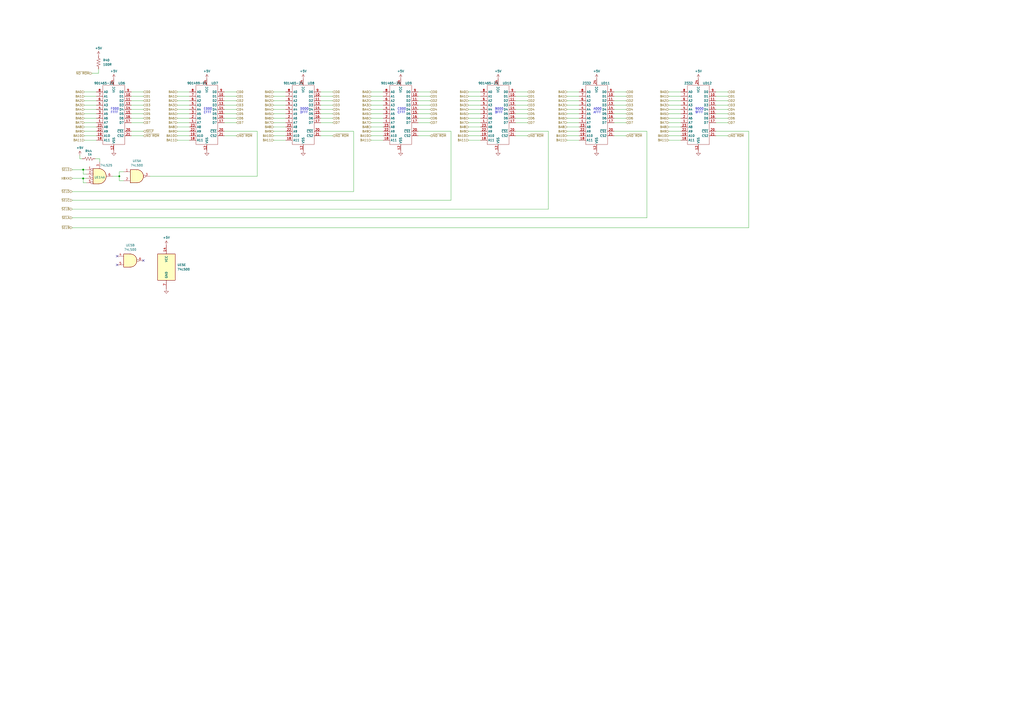
<source format=kicad_sch>
(kicad_sch (version 20250114) (generator "eeschema") (generator_version "9.0")
  (paper "A2")
  (title_block (title "ROMs") (rev "E") (company "Commodore") (comment 1 "8032081-04") (comment 2 "Logic Diagram Universal Dynamic PET") (comment 3 "http://www.zimmers.net/anonftp/pub/cbm/schematics/computers/pet/univ/8032081-04.gif"))
  (lib_symbols
    (symbol "74xx:74LS00" (pin_names (offset 1.016))
      (property "Reference" "U" (at 0 1.27 0))
      (property "Value" "74LS00" (at 0 -1.27 0))
      (symbol "74LS00_1_1"
        (arc (start 0 3.81) (mid 3.7934 0) (end 0 -3.81) (stroke (width 0.254)) (fill (type background)))
        (polyline (pts (xy 0 3.81) (xy -3.81 3.81) (xy -3.81 -3.81) (xy 0 -3.81)) (stroke (width 0.254)) (fill (type background)))
        (pin input line (at -7.62 2.54 0) (length 3.81) (name "~") (number "1"))
        (pin input line (at -7.62 -2.54 0) (length 3.81) (name "~") (number "2"))
        (pin output inverted (at 7.62 0 180) (length 3.81) (name "~") (number "3"))
      )
      (symbol "74LS00_1_2"
        (arc (start -3.81 3.81) (mid -2.589 0) (end -3.81 -3.81) (stroke (width 0.254)))
        (polyline (pts (xy -3.81 3.81) (xy -0.635 3.81)) (stroke (width 0.254)) (fill (type background)))
        (polyline (pts (xy -3.81 -3.81) (xy -0.635 -3.81)) (stroke (width 0.254)) (fill (type background)))
        (arc (start 3.81 0) (mid 2.1855 -2.584) (end -0.6096 -3.81) (stroke (width 0.254)) (fill (type background)))
        (arc (start -0.6096 3.81) (mid 2.1928 2.5924) (end 3.81 0) (stroke (width 0.254)) (fill (type background)))
        (polyline (pts (xy -0.635 3.81) (xy -3.81 3.81) (xy -3.81 3.81) (xy -3.556 3.4036) (xy -3.0226 2.2606) (xy -2.6924 1.0414) (xy -2.6162 -0.254) (xy -2.7686 -1.4986) (xy -3.175 -2.7178) (xy -3.81 -3.81) (xy -3.81 -3.81) (xy -0.635 -3.81)) (stroke (width -25.4)) (fill (type background)))
        (pin input inverted (at -7.62 2.54 0) (length 4.318) (name "~") (number "1"))
        (pin input inverted (at -7.62 -2.54 0) (length 4.318) (name "~") (number "2"))
        (pin output line (at 7.62 0 180) (length 3.81) (name "~") (number "3"))
      )
      (symbol "74LS00_2_1"
        (arc (start 0 3.81) (mid 3.7934 0) (end 0 -3.81) (stroke (width 0.254)) (fill (type background)))
        (polyline (pts (xy 0 3.81) (xy -3.81 3.81) (xy -3.81 -3.81) (xy 0 -3.81)) (stroke (width 0.254)) (fill (type background)))
        (pin input line (at -7.62 2.54 0) (length 3.81) (name "~") (number "4"))
        (pin input line (at -7.62 -2.54 0) (length 3.81) (name "~") (number "5"))
        (pin output inverted (at 7.62 0 180) (length 3.81) (name "~") (number "6"))
      )
      (symbol "74LS00_2_2"
        (arc (start -3.81 3.81) (mid -2.589 0) (end -3.81 -3.81) (stroke (width 0.254)))
        (polyline (pts (xy -3.81 3.81) (xy -0.635 3.81)) (stroke (width 0.254)) (fill (type background)))
        (polyline (pts (xy -3.81 -3.81) (xy -0.635 -3.81)) (stroke (width 0.254)) (fill (type background)))
        (arc (start 3.81 0) (mid 2.1855 -2.584) (end -0.6096 -3.81) (stroke (width 0.254)) (fill (type background)))
        (arc (start -0.6096 3.81) (mid 2.1928 2.5924) (end 3.81 0) (stroke (width 0.254)) (fill (type background)))
        (polyline (pts (xy -0.635 3.81) (xy -3.81 3.81) (xy -3.81 3.81) (xy -3.556 3.4036) (xy -3.0226 2.2606) (xy -2.6924 1.0414) (xy -2.6162 -0.254) (xy -2.7686 -1.4986) (xy -3.175 -2.7178) (xy -3.81 -3.81) (xy -3.81 -3.81) (xy -0.635 -3.81)) (stroke (width -25.4)) (fill (type background)))
        (pin input inverted (at -7.62 2.54 0) (length 4.318) (name "~") (number "4"))
        (pin input inverted (at -7.62 -2.54 0) (length 4.318) (name "~") (number "5"))
        (pin output line (at 7.62 0 180) (length 3.81) (name "~") (number "6"))
      )
      (symbol "74LS00_3_1"
        (arc (start 0 3.81) (mid 3.7934 0) (end 0 -3.81) (stroke (width 0.254)) (fill (type background)))
        (polyline (pts (xy 0 3.81) (xy -3.81 3.81) (xy -3.81 -3.81) (xy 0 -3.81)) (stroke (width 0.254)) (fill (type background)))
        (pin input line (at -7.62 2.54 0) (length 3.81) (name "~") (number "9"))
        (pin input line (at -7.62 -2.54 0) (length 3.81) (name "~") (number "10"))
        (pin output inverted (at 7.62 0 180) (length 3.81) (name "~") (number "8"))
      )
      (symbol "74LS00_3_2"
        (arc (start -3.81 3.81) (mid -2.589 0) (end -3.81 -3.81) (stroke (width 0.254)))
        (polyline (pts (xy -3.81 3.81) (xy -0.635 3.81)) (stroke (width 0.254)) (fill (type background)))
        (polyline (pts (xy -3.81 -3.81) (xy -0.635 -3.81)) (stroke (width 0.254)) (fill (type background)))
        (arc (start 3.81 0) (mid 2.1855 -2.584) (end -0.6096 -3.81) (stroke (width 0.254)) (fill (type background)))
        (arc (start -0.6096 3.81) (mid 2.1928 2.5924) (end 3.81 0) (stroke (width 0.254)) (fill (type background)))
        (polyline (pts (xy -0.635 3.81) (xy -3.81 3.81) (xy -3.81 3.81) (xy -3.556 3.4036) (xy -3.0226 2.2606) (xy -2.6924 1.0414) (xy -2.6162 -0.254) (xy -2.7686 -1.4986) (xy -3.175 -2.7178) (xy -3.81 -3.81) (xy -3.81 -3.81) (xy -0.635 -3.81)) (stroke (width -25.4)) (fill (type background)))
        (pin input inverted (at -7.62 2.54 0) (length 4.318) (name "~") (number "9"))
        (pin input inverted (at -7.62 -2.54 0) (length 4.318) (name "~") (number "10"))
        (pin output line (at 7.62 0 180) (length 3.81) (name "~") (number "8"))
      )
      (symbol "74LS00_4_1"
        (arc (start 0 3.81) (mid 3.7934 0) (end 0 -3.81) (stroke (width 0.254)) (fill (type background)))
        (polyline (pts (xy 0 3.81) (xy -3.81 3.81) (xy -3.81 -3.81) (xy 0 -3.81)) (stroke (width 0.254)) (fill (type background)))
        (pin input line (at -7.62 2.54 0) (length 3.81) (name "~") (number "12"))
        (pin input line (at -7.62 -2.54 0) (length 3.81) (name "~") (number "13"))
        (pin output inverted (at 7.62 0 180) (length 3.81) (name "~") (number "11"))
      )
      (symbol "74LS00_4_2"
        (arc (start -3.81 3.81) (mid -2.589 0) (end -3.81 -3.81) (stroke (width 0.254)))
        (polyline (pts (xy -3.81 3.81) (xy -0.635 3.81)) (stroke (width 0.254)) (fill (type background)))
        (polyline (pts (xy -3.81 -3.81) (xy -0.635 -3.81)) (stroke (width 0.254)) (fill (type background)))
        (arc (start 3.81 0) (mid 2.1855 -2.584) (end -0.6096 -3.81) (stroke (width 0.254)) (fill (type background)))
        (arc (start -0.6096 3.81) (mid 2.1928 2.5924) (end 3.81 0) (stroke (width 0.254)) (fill (type background)))
        (polyline (pts (xy -0.635 3.81) (xy -3.81 3.81) (xy -3.81 3.81) (xy -3.556 3.4036) (xy -3.0226 2.2606) (xy -2.6924 1.0414) (xy -2.6162 -0.254) (xy -2.7686 -1.4986) (xy -3.175 -2.7178) (xy -3.81 -3.81) (xy -3.81 -3.81) (xy -0.635 -3.81)) (stroke (width -25.4)) (fill (type background)))
        (pin input inverted (at -7.62 2.54 0) (length 4.318) (name "~") (number "12"))
        (pin input inverted (at -7.62 -2.54 0) (length 4.318) (name "~") (number "13"))
        (pin output line (at 7.62 0 180) (length 3.81) (name "~") (number "11"))
      )
      (symbol "74LS00_5_0"
        (pin power_in line (at 0 12.7 270) (length 5.08) (name "VCC") (number "14"))
        (pin power_in line (at 0 -12.7 90) (length 5.08) (name "GND") (number "7"))
      )
      (symbol "74LS00_5_1"
        (rectangle (start -5.08 7.62) (end 5.08 -7.62) (stroke (width 0.254)) (fill (type background)))
      )
    )
    (symbol "Device:R_US" (pin_numbers (hide yes)) (pin_names (offset 0))
      (property "Reference" "R" (at 2.54 0 90))
      (property "Value" "R_US" (at -2.54 0 90))
      (symbol "R_US_0_1"
        (polyline (pts (xy 0 2.286) (xy 0 2.54)))
        (polyline (pts (xy 0 2.286) (xy 1.016 1.905) (xy 0 1.524) (xy -1.016 1.143) (xy 0 0.762)))
        (polyline (pts (xy 0 0.762) (xy 1.016 0.381) (xy 0 0) (xy -1.016 -0.381) (xy 0 -0.762)))
        (polyline (pts (xy 0 -0.762) (xy 1.016 -1.143) (xy 0 -1.524) (xy -1.016 -1.905) (xy 0 -2.286)))
        (polyline (pts (xy 0 -2.286) (xy 0 -2.54)))
      )
      (symbol "R_US_1_1"
        (pin passive line (at 0 3.81 270) (length 1.27) (name "~") (number "1"))
        (pin passive line (at 0 -3.81 90) (length 1.27) (name "~") (number "2"))
      )
    )
    (symbol "Logic:74LS25" (pin_names (offset 1.016))
      (property "Reference" "U" (at 0 1.27 0))
      (property "Value" "74LS25" (at 0 -1.27 0))
      (symbol "74LS25_1_1"
        (arc (start -0.635 4.445) (mid 3.7907 0) (end -0.635 -4.445) (stroke (width 0.254)) (fill (type background)))
        (polyline (pts (xy -0.635 4.445) (xy -3.81 4.445) (xy -3.81 -4.445) (xy -0.635 -4.445)) (stroke (width 0.254)) (fill (type background)))
        (pin input inverted (at -7.62 3.81 0) (length 3.81) (name "~") (number "1"))
        (pin input inverted (at -7.62 1.27 0) (length 3.81) (name "~") (number "2"))
        (pin input inverted (at -7.62 -1.27 0) (length 3.81) (name "~") (number "4"))
        (pin input inverted (at -7.62 -3.81 0) (length 3.81) (name "~") (number "5"))
        (pin input line (at 0 8.255 270) (length 3.81) (name "") (number "3"))
        (pin output line (at 7.62 0 180) (length 3.81) (name "~") (number "6"))
      )
      (symbol "74LS25_1_2"
        (arc (start -3.81 4.445) (mid -2.5908 0) (end -3.81 -4.445) (stroke (width 0.254)))
        (polyline (pts (xy -3.81 4.445) (xy -0.635 4.445)) (stroke (width 0.254)) (fill (type background)))
        (polyline (pts (xy -3.81 -4.445) (xy -0.635 -4.445)) (stroke (width 0.254)) (fill (type background)))
        (arc (start -0.6096 4.445) (mid 2.2198 2.8385) (end 3.81 0) (stroke (width 0.254)) (fill (type background)))
        (arc (start 3.81 0) (mid 2.224 -2.8428) (end -0.6096 -4.445) (stroke (width 0.254)) (fill (type background)))
        (polyline (pts (xy -0.635 4.445) (xy -3.81 4.445) (xy -3.81 4.445) (xy -3.6322 4.0894) (xy -3.0988 2.921) (xy -2.7686 1.6764) (xy -2.6162 0.4318) (xy -2.6416 -0.8636) (xy -2.8702 -2.1082) (xy -3.2512 -3.3274) (xy -3.81 -4.445) (xy -3.81 -4.445) (xy -0.635 -4.445)) (stroke (width -25.4)) (fill (type background)))
        (pin input inverted (at -7.62 3.81 0) (length 3.81) (name "~") (number "1"))
        (pin input inverted (at -7.62 1.27 0) (length 4.826) (name "~") (number "2"))
        (pin input inverted (at -7.62 -1.27 0) (length 4.826) (name "~") (number "4"))
        (pin input inverted (at -7.62 -3.81 0) (length 3.81) (name "~") (number "5"))
        (pin output line (at 7.62 0 180) (length 3.81) (name "~") (number "6"))
      )
      (symbol "74LS25_2_1"
        (arc (start -0.635 4.445) (mid 3.7907 0) (end -0.635 -4.445) (stroke (width 0.254)) (fill (type background)))
        (polyline (pts (xy -0.635 4.445) (xy -3.81 4.445) (xy -3.81 -4.445) (xy -0.635 -4.445)) (stroke (width 0.254)) (fill (type background)))
        (pin input inverted (at -7.62 3.81 0) (length 3.81) (name "~") (number "13"))
        (pin input line (at -7.62 1.27 0) (length 3.81) (name "~") (number "12"))
        (pin input inverted (at -7.62 -1.27 0) (length 3.81) (name "~") (number "9"))
        (pin input inverted (at -7.62 -3.81 0) (length 3.81) (name "~") (number "10"))
        (pin input line (at 0 8.255 270) (length 3.81) (name "") (number "11"))
        (pin output inverted (at 7.62 0 180) (length 3.81) (name "~") (number "8"))
      )
      (symbol "74LS25_2_2"
        (arc (start -3.81 4.445) (mid -2.5908 0) (end -3.81 -4.445) (stroke (width 0.254)))
        (polyline (pts (xy -3.81 4.445) (xy -0.635 4.445)) (stroke (width 0.254)) (fill (type background)))
        (polyline (pts (xy -3.81 -4.445) (xy -0.635 -4.445)) (stroke (width 0.254)) (fill (type background)))
        (arc (start -0.6096 4.445) (mid 2.2198 2.8385) (end 3.81 0) (stroke (width 0.254)) (fill (type background)))
        (arc (start 3.81 0) (mid 2.224 -2.8428) (end -0.6096 -4.445) (stroke (width 0.254)) (fill (type background)))
        (polyline (pts (xy -0.635 4.445) (xy -3.81 4.445) (xy -3.81 4.445) (xy -3.6322 4.0894) (xy -3.0988 2.921) (xy -2.7686 1.6764) (xy -2.6162 0.4318) (xy -2.6416 -0.8636) (xy -2.8702 -2.1082) (xy -3.2512 -3.3274) (xy -3.81 -4.445) (xy -3.81 -4.445) (xy -0.635 -4.445)) (stroke (width -25.4)) (fill (type background)))
        (pin input inverted (at -7.62 3.81 0) (length 3.81) (name "~") (number "9"))
        (pin input inverted (at -7.62 1.27 0) (length 4.826) (name "~") (number "10"))
        (pin input inverted (at -7.62 -1.27 0) (length 4.826) (name "~") (number "12"))
        (pin input inverted (at -7.62 -3.81 0) (length 3.81) (name "~") (number "13"))
        (pin output line (at 7.62 0 180) (length 3.81) (name "~") (number "8"))
      )
      (symbol "74LS25_3_0"
        (pin power_in line (at 0 12.7 270) (length 5.08) (name "VCC") (number "14"))
        (pin power_in line (at 0 -12.7 90) (length 5.08) (name "GND") (number "7"))
      )
      (symbol "74LS25_3_1"
        (rectangle (start -5.08 7.62) (end 5.08 -7.62) (stroke (width 0.254)) (fill (type background)))
      )
    )
    (symbol "ROMs:2332"
      (property "Reference" "U" (at -5.08 -2.54 0))
      (property "Value" "2332" (at 3.81 -2.54 0))
      (symbol "2332_0_1"
        (rectangle (start -6.35 -3.81) (end 6.35 -38.1))
      )
      (symbol "2332_1_1"
        (pin input line (at -10.16 -7.62 0) (length 3.81) (name "A0") (number "8"))
        (pin input line (at -10.16 -10.16 0) (length 3.81) (name "A1") (number "7"))
        (pin input line (at -10.16 -12.7 0) (length 3.81) (name "A2") (number "6"))
        (pin input line (at -10.16 -15.24 0) (length 3.81) (name "A3") (number "5"))
        (pin input line (at -10.16 -17.78 0) (length 3.81) (name "A4") (number "4"))
        (pin input line (at -10.16 -20.32 0) (length 3.81) (name "A5") (number "3"))
        (pin input line (at -10.16 -22.86 0) (length 3.81) (name "A6") (number "2"))
        (pin input line (at -10.16 -25.4 0) (length 3.81) (name "A7") (number "1"))
        (pin input line (at -10.16 -27.94 0) (length 3.81) (name "A8") (number "23"))
        (pin input line (at -10.16 -30.48 0) (length 3.81) (name "A9") (number "22"))
        (pin input line (at -10.16 -33.02 0) (length 3.81) (name "A10") (number "19"))
        (pin input line (at -10.16 -35.56 0) (length 3.81) (name "A11") (number "18"))
        (pin power_in line (at 0 0 270) (length 3.81) (name "VCC") (number "24"))
        (pin power_in line (at 0 -41.91 90) (length 3.81) (name "VSS") (number "12"))
        (pin output line (at 10.16 -7.62 180) (length 3.81) (name "D0") (number "9"))
        (pin output line (at 10.16 -10.16 180) (length 3.81) (name "D1") (number "10"))
        (pin output line (at 10.16 -12.7 180) (length 3.81) (name "D2") (number "11"))
        (pin output line (at 10.16 -15.24 180) (length 3.81) (name "D3") (number "13"))
        (pin output line (at 10.16 -17.78 180) (length 3.81) (name "D4") (number "14"))
        (pin output line (at 10.16 -20.32 180) (length 3.81) (name "D5") (number "15"))
        (pin output line (at 10.16 -22.86 180) (length 3.81) (name "D6") (number "16"))
        (pin output line (at 10.16 -25.4 180) (length 3.81) (name "D7") (number "17"))
        (pin input line (at 10.16 -30.48 180) (length 3.81) (name "~{CS1}") (number "20"))
        (pin input line (at 10.16 -33.02 180) (length 3.81) (name "CS2") (number "21"))
      )
    )
    (symbol "power:+5V" (power) (pin_names (offset 0))
      (property "Value" "+5V" (at 0 3.556 0))
      (symbol "+5V_0_1"
        (polyline (pts (xy -0.762 1.27) (xy 0 2.54)))
        (polyline (pts (xy 0 2.54) (xy 0.762 1.27)))
        (polyline (pts (xy 0 0) (xy 0 2.54)))
      )
      (symbol "+5V_1_1"
        (pin power_in line (at 0 0 90) (length 0) (hide yes) (name "+5V") (number "1"))
      )
    )
    (symbol "power:GND" (power) (pin_names (offset 0))
      (property "Value" "GND" (at 0 -3.81 0))
      (symbol "GND_0_1"
        (polyline (pts (xy 0 0) (xy 0 -1.27) (xy 1.27 -1.27) (xy 0 -2.54) (xy -1.27 -1.27) (xy 0 -1.27)))
      )
      (symbol "GND_1_1"
        (pin power_in line (at 0 0 270) (length 0) (hide yes) (name "GND") (number "1"))
      )
    )
  )
  (text "D000\nDFFF" (at 173.99 66.04 0) (effects (font (size 1.27 1.27)) (justify left bottom)))
  (text "B000\nBFFF" (at 287.02 66.04 0) (effects (font (size 1.27 1.27)) (justify left bottom)))
  (text "A000\nAFFF" (at 344.17 66.04 0) (effects (font (size 1.27 1.27)) (justify left bottom)))
  (text "9000\n9FFF" (at 403.225 66.04 0) (effects (font (size 1.27 1.27)) (justify left bottom)))
  (text "F000\nFFFF" (at 64.135 66.04 0) (effects (font (size 1.27 1.27)) (justify left bottom)))
  (text "E000\nEFFF" (at 118.11 66.04 0) (effects (font (size 1.27 1.27)) (justify left bottom)))
  (text "C000\nCFFF" (at 230.505 66.04 0) (effects (font (size 1.27 1.27)) (justify left bottom)))
  (junction (at 48.26 98.425))
  (junction (at 69.215 102.235))
  (junction (at 48.26 103.505))
  (no_connect (at 83.185 151.13))
  (no_connect (at 67.945 153.67))
  (no_connect (at 67.945 148.59))
  (wire (pts (xy 434.34 132.08) (xy 41.91 132.08)))
  (wire (pts (xy 271.78 78.74) (xy 278.765 78.74)))
  (wire (pts (xy 41.91 111.125) (xy 205.105 111.125)))
  (wire (pts (xy 193.04 53.34) (xy 186.055 53.34)))
  (wire (pts (xy 48.895 71.12) (xy 55.88 71.12)))
  (wire (pts (xy 328.93 63.5) (xy 335.915 63.5)))
  (wire (pts (xy 137.16 63.5) (xy 130.175 63.5)))
  (wire (pts (xy 299.085 76.2) (xy 318.135 76.2)))
  (wire (pts (xy 363.22 63.5) (xy 356.235 63.5)))
  (wire (pts (xy 363.22 71.12) (xy 356.235 71.12)))
  (wire (pts (xy 363.22 58.42) (xy 356.235 58.42)))
  (wire (pts (xy 249.555 60.96) (xy 242.57 60.96)))
  (wire (pts (xy 48.26 103.505) (xy 41.91 103.505)))
  (wire (pts (xy 422.275 71.12) (xy 415.29 71.12)))
  (wire (pts (xy 149.225 102.235) (xy 86.995 102.235)))
  (wire (pts (xy 215.265 81.28) (xy 222.25 81.28)))
  (wire (pts (xy 102.87 58.42) (xy 109.855 58.42)))
  (wire (pts (xy 83.185 78.74) (xy 76.2 78.74)))
  (wire (pts (xy 271.78 81.28) (xy 278.765 81.28)))
  (wire (pts (xy 137.16 71.12) (xy 130.175 71.12)))
  (wire (pts (xy 363.22 53.34) (xy 356.235 53.34)))
  (wire (pts (xy 48.895 63.5) (xy 55.88 63.5)))
  (wire (pts (xy 249.555 63.5) (xy 242.57 63.5)))
  (wire (pts (xy 306.07 55.88) (xy 299.085 55.88)))
  (wire (pts (xy 48.895 76.2) (xy 55.88 76.2)))
  (wire (pts (xy 83.185 66.04) (xy 76.2 66.04)))
  (wire (pts (xy 375.285 126.365) (xy 375.285 76.2)))
  (wire (pts (xy 215.265 68.58) (xy 222.25 68.58)))
  (wire (pts (xy 271.78 60.96) (xy 278.765 60.96)))
  (wire (pts (xy 41.91 116.205) (xy 261.62 116.205)))
  (wire (pts (xy 328.93 55.88) (xy 335.915 55.88)))
  (wire (pts (xy 306.07 58.42) (xy 299.085 58.42)))
  (wire (pts (xy 83.185 60.96) (xy 76.2 60.96)))
  (wire (pts (xy 363.22 60.96) (xy 356.235 60.96)))
  (wire (pts (xy 387.985 73.66) (xy 394.97 73.66)))
  (wire (pts (xy 249.555 68.58) (xy 242.57 68.58)))
  (wire (pts (xy 328.93 68.58) (xy 335.915 68.58)))
  (wire (pts (xy 158.75 78.74) (xy 165.735 78.74)))
  (wire (pts (xy 193.04 71.12) (xy 186.055 71.12)))
  (wire (pts (xy 306.07 66.04) (xy 299.085 66.04)))
  (wire (pts (xy 137.16 55.88) (xy 130.175 55.88)))
  (wire (pts (xy 387.985 55.88) (xy 394.97 55.88)))
  (wire (pts (xy 422.275 78.74) (xy 415.29 78.74)))
  (wire (pts (xy 48.895 73.66) (xy 55.88 73.66)))
  (wire (pts (xy 158.75 66.04) (xy 165.735 66.04)))
  (wire (pts (xy 158.75 53.34) (xy 165.735 53.34)))
  (wire (pts (xy 387.985 71.12) (xy 394.97 71.12)))
  (wire (pts (xy 102.87 66.04) (xy 109.855 66.04)))
  (wire (pts (xy 242.57 76.2) (xy 261.62 76.2)))
  (wire (pts (xy 328.93 73.66) (xy 335.915 73.66)))
  (wire (pts (xy 83.185 58.42) (xy 76.2 58.42)))
  (wire (pts (xy 387.985 66.04) (xy 394.97 66.04)))
  (wire (pts (xy 137.16 58.42) (xy 130.175 58.42)))
  (wire (pts (xy 102.87 63.5) (xy 109.855 63.5)))
  (wire (pts (xy 69.215 102.235) (xy 69.215 104.775)))
  (wire (pts (xy 249.555 53.34) (xy 242.57 53.34)))
  (wire (pts (xy 306.07 78.74) (xy 299.085 78.74)))
  (wire (pts (xy 387.985 76.2) (xy 394.97 76.2)))
  (wire (pts (xy 83.185 55.88) (xy 76.2 55.88)))
  (wire (pts (xy 318.135 121.285) (xy 41.91 121.285)))
  (wire (pts (xy 434.34 76.2) (xy 434.34 132.08)))
  (wire (pts (xy 328.93 66.04) (xy 335.915 66.04)))
  (wire (pts (xy 215.265 53.34) (xy 222.25 53.34)))
  (wire (pts (xy 215.265 55.88) (xy 222.25 55.88)))
  (wire (pts (xy 158.75 55.88) (xy 165.735 55.88)))
  (wire (pts (xy 387.985 53.34) (xy 394.97 53.34)))
  (wire (pts (xy 50.165 100.965) (xy 48.26 100.965)))
  (wire (pts (xy 328.93 78.74) (xy 335.915 78.74)))
  (wire (pts (xy 41.91 98.425) (xy 48.26 98.425)))
  (wire (pts (xy 83.185 76.2) (xy 76.2 76.2)))
  (wire (pts (xy 71.755 104.775) (xy 69.215 104.775)))
  (wire (pts (xy 57.785 92.075) (xy 57.785 93.98)))
  (wire (pts (xy 271.78 53.34) (xy 278.765 53.34)))
  (wire (pts (xy 193.04 66.04) (xy 186.055 66.04)))
  (wire (pts (xy 48.26 100.965) (xy 48.26 98.425)))
  (wire (pts (xy 186.055 76.2) (xy 205.105 76.2)))
  (wire (pts (xy 363.22 55.88) (xy 356.235 55.88)))
  (wire (pts (xy 328.93 53.34) (xy 335.915 53.34)))
  (wire (pts (xy 271.78 73.66) (xy 278.765 73.66)))
  (wire (pts (xy 48.895 66.04) (xy 55.88 66.04)))
  (wire (pts (xy 55.245 92.075) (xy 57.785 92.075)))
  (wire (pts (xy 83.185 63.5) (xy 76.2 63.5)))
  (wire (pts (xy 271.78 71.12) (xy 278.765 71.12)))
  (wire (pts (xy 249.555 78.74) (xy 242.57 78.74)))
  (wire (pts (xy 46.355 90.17) (xy 46.355 92.075)))
  (wire (pts (xy 158.75 81.28) (xy 165.735 81.28)))
  (wire (pts (xy 130.175 76.2) (xy 149.225 76.2)))
  (wire (pts (xy 102.87 71.12) (xy 109.855 71.12)))
  (wire (pts (xy 102.87 78.74) (xy 109.855 78.74)))
  (wire (pts (xy 48.895 68.58) (xy 55.88 68.58)))
  (wire (pts (xy 193.04 60.96) (xy 186.055 60.96)))
  (wire (pts (xy 137.16 66.04) (xy 130.175 66.04)))
  (wire (pts (xy 102.87 73.66) (xy 109.855 73.66)))
  (wire (pts (xy 306.07 53.34) (xy 299.085 53.34)))
  (wire (pts (xy 48.26 98.425) (xy 50.165 98.425)))
  (wire (pts (xy 137.16 60.96) (xy 130.175 60.96)))
  (wire (pts (xy 306.07 71.12) (xy 299.085 71.12)))
  (wire (pts (xy 158.75 63.5) (xy 165.735 63.5)))
  (wire (pts (xy 102.87 76.2) (xy 109.855 76.2)))
  (wire (pts (xy 387.985 78.74) (xy 394.97 78.74)))
  (wire (pts (xy 48.895 55.88) (xy 55.88 55.88)))
  (wire (pts (xy 158.75 60.96) (xy 165.735 60.96)))
  (wire (pts (xy 328.93 76.2) (xy 335.915 76.2)))
  (wire (pts (xy 69.215 102.235) (xy 65.405 102.235)))
  (wire (pts (xy 249.555 58.42) (xy 242.57 58.42)))
  (wire (pts (xy 158.75 71.12) (xy 165.735 71.12)))
  (wire (pts (xy 306.07 60.96) (xy 299.085 60.96)))
  (wire (pts (xy 57.15 40.005) (xy 57.15 42.545)))
  (wire (pts (xy 158.75 73.66) (xy 165.735 73.66)))
  (wire (pts (xy 271.78 76.2) (xy 278.765 76.2)))
  (wire (pts (xy 215.265 63.5) (xy 222.25 63.5)))
  (wire (pts (xy 137.16 78.74) (xy 130.175 78.74)))
  (wire (pts (xy 249.555 55.88) (xy 242.57 55.88)))
  (wire (pts (xy 363.22 66.04) (xy 356.235 66.04)))
  (wire (pts (xy 422.275 53.34) (xy 415.29 53.34)))
  (wire (pts (xy 158.75 76.2) (xy 165.735 76.2)))
  (wire (pts (xy 387.985 81.28) (xy 394.97 81.28)))
  (wire (pts (xy 48.895 60.96) (xy 55.88 60.96)))
  (wire (pts (xy 149.225 76.2) (xy 149.225 102.235)))
  (wire (pts (xy 48.26 106.045) (xy 48.26 103.505)))
  (wire (pts (xy 422.275 55.88) (xy 415.29 55.88)))
  (wire (pts (xy 48.895 58.42) (xy 55.88 58.42)))
  (wire (pts (xy 306.07 68.58) (xy 299.085 68.58)))
  (wire (pts (xy 271.78 63.5) (xy 278.765 63.5)))
  (wire (pts (xy 193.04 68.58) (xy 186.055 68.58)))
  (wire (pts (xy 46.355 92.075) (xy 47.625 92.075)))
  (wire (pts (xy 387.985 58.42) (xy 394.97 58.42)))
  (wire (pts (xy 137.16 53.34) (xy 130.175 53.34)))
  (wire (pts (xy 422.275 58.42) (xy 415.29 58.42)))
  (wire (pts (xy 83.185 53.34) (xy 76.2 53.34)))
  (wire (pts (xy 271.78 68.58) (xy 278.765 68.58)))
  (wire (pts (xy 356.235 76.2) (xy 375.285 76.2)))
  (wire (pts (xy 328.93 71.12) (xy 335.915 71.12)))
  (wire (pts (xy 193.04 63.5) (xy 186.055 63.5)))
  (wire (pts (xy 328.93 81.28) (xy 335.915 81.28)))
  (wire (pts (xy 41.91 126.365) (xy 375.285 126.365)))
  (wire (pts (xy 71.755 99.695) (xy 69.215 99.695)))
  (wire (pts (xy 318.135 76.2) (xy 318.135 121.285)))
  (wire (pts (xy 422.275 68.58) (xy 415.29 68.58)))
  (wire (pts (xy 48.895 78.74) (xy 55.88 78.74)))
  (wire (pts (xy 102.87 55.88) (xy 109.855 55.88)))
  (wire (pts (xy 215.265 76.2) (xy 222.25 76.2)))
  (wire (pts (xy 48.26 103.505) (xy 50.165 103.505)))
  (wire (pts (xy 102.87 81.28) (xy 109.855 81.28)))
  (wire (pts (xy 249.555 71.12) (xy 242.57 71.12)))
  (wire (pts (xy 387.985 63.5) (xy 394.97 63.5)))
  (wire (pts (xy 306.07 63.5) (xy 299.085 63.5)))
  (wire (pts (xy 215.265 78.74) (xy 222.25 78.74)))
  (wire (pts (xy 271.78 66.04) (xy 278.765 66.04)))
  (wire (pts (xy 422.275 63.5) (xy 415.29 63.5)))
  (wire (pts (xy 261.62 116.205) (xy 261.62 76.2)))
  (wire (pts (xy 415.29 76.2) (xy 434.34 76.2)))
  (wire (pts (xy 83.185 68.58) (xy 76.2 68.58)))
  (wire (pts (xy 271.78 58.42) (xy 278.765 58.42)))
  (wire (pts (xy 50.165 106.045) (xy 48.26 106.045)))
  (wire (pts (xy 48.895 81.28) (xy 55.88 81.28)))
  (wire (pts (xy 215.265 71.12) (xy 222.25 71.12)))
  (wire (pts (xy 69.215 99.695) (xy 69.215 102.235)))
  (wire (pts (xy 271.78 55.88) (xy 278.765 55.88)))
  (wire (pts (xy 249.555 66.04) (xy 242.57 66.04)))
  (wire (pts (xy 137.16 68.58) (xy 130.175 68.58)))
  (wire (pts (xy 193.04 78.74) (xy 186.055 78.74)))
  (wire (pts (xy 215.265 58.42) (xy 222.25 58.42)))
  (wire (pts (xy 363.22 68.58) (xy 356.235 68.58)))
  (wire (pts (xy 328.93 60.96) (xy 335.915 60.96)))
  (wire (pts (xy 158.75 68.58) (xy 165.735 68.58)))
  (wire (pts (xy 387.985 68.58) (xy 394.97 68.58)))
  (wire (pts (xy 422.275 66.04) (xy 415.29 66.04)))
  (wire (pts (xy 215.265 60.96) (xy 222.25 60.96)))
  (wire (pts (xy 193.04 58.42) (xy 186.055 58.42)))
  (wire (pts (xy 102.87 68.58) (xy 109.855 68.58)))
  (wire (pts (xy 102.87 53.34) (xy 109.855 53.34)))
  (wire (pts (xy 422.275 60.96) (xy 415.29 60.96)))
  (wire (pts (xy 205.105 111.125) (xy 205.105 76.2)))
  (wire (pts (xy 215.265 73.66) (xy 222.25 73.66)))
  (wire (pts (xy 158.75 58.42) (xy 165.735 58.42)))
  (wire (pts (xy 363.22 78.74) (xy 356.235 78.74)))
  (wire (pts (xy 57.15 42.545) (xy 53.34 42.545)))
  (wire (pts (xy 102.87 60.96) (xy 109.855 60.96)))
  (wire (pts (xy 328.93 58.42) (xy 335.915 58.42)))
  (wire (pts (xy 83.185 71.12) (xy 76.2 71.12)))
  (wire (pts (xy 48.895 53.34) (xy 55.88 53.34)))
  (wire (pts (xy 215.265 66.04) (xy 222.25 66.04)))
  (wire (pts (xy 193.04 55.88) (xy 186.055 55.88)))
  (wire (pts (xy 387.985 60.96) (xy 394.97 60.96)))
  (hierarchical_label "D1" (shape input) (at 249.555 55.88 0))
  (hierarchical_label "BA7" (shape input) (at 215.265 71.12 180))
  (hierarchical_label "BA8" (shape input) (at 48.895 73.66 180))
  (hierarchical_label "D7" (shape input) (at 249.555 71.12 0))
  (hierarchical_label "BA3" (shape input) (at 387.985 60.96 180))
  (hierarchical_label "D0" (shape input) (at 422.275 53.34 0))
  (hierarchical_label "D5" (shape input) (at 193.04 66.04 0))
  (hierarchical_label "~{SELE}" (shape input) (at 41.91 98.425 180))
  (hierarchical_label "D6" (shape input) (at 193.04 68.58 0))
  (hierarchical_label "BA0" (shape input) (at 158.75 53.34 180))
  (hierarchical_label "BA8" (shape input) (at 158.75 73.66 180))
  (hierarchical_label "BA0" (shape input) (at 271.78 53.34 180))
  (hierarchical_label "D3" (shape input) (at 83.185 60.96 0))
  (hierarchical_label "BA9" (shape input) (at 328.93 76.2 180))
  (hierarchical_label "BA2" (shape input) (at 158.75 58.42 180))
  (hierarchical_label "BA9" (shape input) (at 158.75 76.2 180))
  (hierarchical_label "BA7" (shape input) (at 158.75 71.12 180))
  (hierarchical_label "~{NO ROM}" (shape input) (at 193.04 78.74 0))
  (hierarchical_label "BA1" (shape input) (at 158.75 55.88 180))
  (hierarchical_label "BA6" (shape input) (at 215.265 68.58 180))
  (hierarchical_label "BA5" (shape input) (at 387.985 66.04 180))
  (hierarchical_label "BA10" (shape input) (at 328.93 78.74 180))
  (hierarchical_label "~{SEL9}" (shape input) (at 41.91 132.08 180))
  (hierarchical_label "D0" (shape input) (at 249.555 53.34 0))
  (hierarchical_label "D4" (shape input) (at 306.07 63.5 0))
  (hierarchical_label "D1" (shape input) (at 137.16 55.88 0))
  (hierarchical_label "BA7" (shape input) (at 102.87 71.12 180))
  (hierarchical_label "BA2" (shape input) (at 215.265 58.42 180))
  (hierarchical_label "D7" (shape input) (at 83.185 71.12 0))
  (hierarchical_label "BA4" (shape input) (at 102.87 63.5 180))
  (hierarchical_label "D6" (shape input) (at 363.22 68.58 0))
  (hierarchical_label "BA8" (shape input) (at 271.78 73.66 180))
  (hierarchical_label "BA5" (shape input) (at 48.895 66.04 180))
  (hierarchical_label "BA6" (shape input) (at 102.87 68.58 180))
  (hierarchical_label "D6" (shape input) (at 137.16 68.58 0))
  (hierarchical_label "BA3" (shape input) (at 158.75 60.96 180))
  (hierarchical_label "BA4" (shape input) (at 48.895 63.5 180))
  (hierarchical_label "D4" (shape input) (at 363.22 63.5 0))
  (hierarchical_label "BA3" (shape input) (at 328.93 60.96 180))
  (hierarchical_label "D4" (shape input) (at 83.185 63.5 0))
  (hierarchical_label "D5" (shape input) (at 422.275 66.04 0))
  (hierarchical_label "BA10" (shape input) (at 387.985 78.74 180))
  (hierarchical_label "BA5" (shape input) (at 215.265 66.04 180))
  (hierarchical_label "BA8" (shape input) (at 215.265 73.66 180))
  (hierarchical_label "~{SELC}" (shape input) (at 41.91 116.205 180))
  (hierarchical_label "BA11" (shape input) (at 271.78 81.28 180))
  (hierarchical_label "BA6" (shape input) (at 387.985 68.58 180))
  (hierarchical_label "D2" (shape input) (at 193.04 58.42 0))
  (hierarchical_label "BA4" (shape input) (at 158.75 63.5 180))
  (hierarchical_label "BA1" (shape input) (at 387.985 55.88 180))
  (hierarchical_label "BA2" (shape input) (at 102.87 58.42 180))
  (hierarchical_label "D7" (shape input) (at 193.04 71.12 0))
  (hierarchical_label "BA5" (shape input) (at 158.75 66.04 180))
  (hierarchical_label "BA6" (shape input) (at 48.895 68.58 180))
  (hierarchical_label "BA6" (shape input) (at 158.75 68.58 180))
  (hierarchical_label "D3" (shape input) (at 422.275 60.96 0))
  (hierarchical_label "~{NO ROM}" (shape input) (at 363.22 78.74 0))
  (hierarchical_label "D5" (shape input) (at 363.22 66.04 0))
  (hierarchical_label "BA5" (shape input) (at 271.78 66.04 180))
  (hierarchical_label "BA11" (shape input) (at 158.75 81.28 180))
  (hierarchical_label "~{NO ROM}" (shape input) (at 137.16 78.74 0))
  (hierarchical_label "BA4" (shape input) (at 271.78 63.5 180))
  (hierarchical_label "BA11" (shape input) (at 102.87 81.28 180))
  (hierarchical_label "D1" (shape input) (at 193.04 55.88 0))
  (hierarchical_label "~{NO ROM}" (shape input) (at 306.07 78.74 0))
  (hierarchical_label "BA5" (shape input) (at 102.87 66.04 180))
  (hierarchical_label "BA10" (shape input) (at 271.78 78.74 180))
  (hierarchical_label "D5" (shape input) (at 83.185 66.04 0))
  (hierarchical_label "D7" (shape input) (at 306.07 71.12 0))
  (hierarchical_label "BA11" (shape input) (at 387.985 81.28 180))
  (hierarchical_label "~{NO ROM}" (shape input) (at 83.185 78.74 0))
  (hierarchical_label "D5" (shape input) (at 249.555 66.04 0))
  (hierarchical_label "D0" (shape input) (at 137.16 53.34 0))
  (hierarchical_label "D4" (shape input) (at 422.275 63.5 0))
  (hierarchical_label "D1" (shape input) (at 83.185 55.88 0))
  (hierarchical_label "D3" (shape input) (at 306.07 60.96 0))
  (hierarchical_label "BA0" (shape input) (at 102.87 53.34 180))
  (hierarchical_label "D4" (shape input) (at 249.555 63.5 0))
  (hierarchical_label "~{SELB}" (shape input) (at 41.91 121.285 180))
  (hierarchical_label "BA10" (shape input) (at 215.265 78.74 180))
  (hierarchical_label "D7" (shape input) (at 363.22 71.12 0))
  (hierarchical_label "BA4" (shape input) (at 328.93 63.5 180))
  (hierarchical_label "BA1" (shape input) (at 215.265 55.88 180))
  (hierarchical_label "BA10" (shape input) (at 48.895 78.74 180))
  (hierarchical_label "~{SELA}" (shape input) (at 41.91 126.365 180))
  (hierarchical_label "BA2" (shape input) (at 48.895 58.42 180))
  (hierarchical_label "D0" (shape input) (at 193.04 53.34 0))
  (hierarchical_label "D6" (shape input) (at 83.185 68.58 0))
  (hierarchical_label "D2" (shape input) (at 422.275 58.42 0))
  (hierarchical_label "BA7" (shape input) (at 328.93 71.12 180))
  (hierarchical_label "BA10" (shape input) (at 158.75 78.74 180))
  (hierarchical_label "D3" (shape input) (at 363.22 60.96 0))
  (hierarchical_label "D4" (shape input) (at 193.04 63.5 0))
  (hierarchical_label "BA0" (shape input) (at 387.985 53.34 180))
  (hierarchical_label "~{NO ROM}" (shape input) (at 53.34 42.545 180))
  (hierarchical_label "D2" (shape input) (at 137.16 58.42 0))
  (hierarchical_label "BA11" (shape input) (at 215.265 81.28 180))
  (hierarchical_label "D4" (shape input) (at 137.16 63.5 0))
  (hierarchical_label "BA7" (shape input) (at 48.895 71.12 180))
  (hierarchical_label "~{SELD}" (shape input) (at 41.91 111.125 180))
  (hierarchical_label "BA4" (shape input) (at 215.265 63.5 180))
  (hierarchical_label "BA7" (shape input) (at 271.78 71.12 180))
  (hierarchical_label "D3" (shape input) (at 193.04 60.96 0))
  (hierarchical_label "D1" (shape input) (at 306.07 55.88 0))
  (hierarchical_label "D2" (shape input) (at 83.185 58.42 0))
  (hierarchical_label "BA8" (shape input) (at 102.87 73.66 180))
  (hierarchical_label "BA0" (shape input) (at 328.93 53.34 180))
  (hierarchical_label "D7" (shape input) (at 422.275 71.12 0))
  (hierarchical_label "D5" (shape input) (at 137.16 66.04 0))
  (hierarchical_label "D6" (shape input) (at 249.555 68.58 0))
  (hierarchical_label "BA9" (shape input) (at 48.895 76.2 180))
  (hierarchical_label "BA11" (shape input) (at 328.93 81.28 180))
  (hierarchical_label "BA0" (shape input) (at 215.265 53.34 180))
  (hierarchical_label "BA2" (shape input) (at 328.93 58.42 180))
  (hierarchical_label "BA9" (shape input) (at 102.87 76.2 180))
  (hierarchical_label "D2" (shape input) (at 249.555 58.42 0))
  (hierarchical_label "D0" (shape input) (at 83.185 53.34 0))
  (hierarchical_label "BA3" (shape input) (at 215.265 60.96 180))
  (hierarchical_label "BA8" (shape input) (at 328.93 73.66 180))
  (hierarchical_label "D0" (shape input) (at 306.07 53.34 0))
  (hierarchical_label "BA10" (shape input) (at 102.87 78.74 180))
  (hierarchical_label "BA4" (shape input) (at 387.985 63.5 180))
  (hierarchical_label "BA11" (shape input) (at 48.895 81.28 180))
  (hierarchical_label "BA1" (shape input) (at 102.87 55.88 180))
  (hierarchical_label "~{SELF}" (shape input) (at 83.185 76.2 0))
  (hierarchical_label "BA8" (shape input) (at 387.985 73.66 180))
  (hierarchical_label "D5" (shape input) (at 306.07 66.04 0))
  (hierarchical_label "BA1" (shape input) (at 271.78 55.88 180))
  (hierarchical_label "X8XX" (shape input) (at 41.91 103.505 180))
  (hierarchical_label "BA1" (shape input) (at 48.895 55.88 180))
  (hierarchical_label "D6" (shape input) (at 306.07 68.58 0))
  (hierarchical_label "D1" (shape input) (at 422.275 55.88 0))
  (hierarchical_label "BA6" (shape input) (at 271.78 68.58 180))
  (hierarchical_label "~{NO ROM}" (shape input) (at 249.555 78.74 0))
  (hierarchical_label "BA1" (shape input) (at 328.93 55.88 180))
  (hierarchical_label "BA9" (shape input) (at 387.985 76.2 180))
  (hierarchical_label "BA9" (shape input) (at 271.78 76.2 180))
  (hierarchical_label "D1" (shape input) (at 363.22 55.88 0))
  (hierarchical_label "D2" (shape input) (at 306.07 58.42 0))
  (hierarchical_label "BA0" (shape input) (at 48.895 53.34 180))
  (hierarchical_label "D3" (shape input) (at 249.555 60.96 0))
  (hierarchical_label "D2" (shape input) (at 363.22 58.42 0))
  (hierarchical_label "D6" (shape input) (at 422.275 68.58 0))
  (hierarchical_label "~{NO ROM}" (shape input) (at 422.275 78.74 0))
  (hierarchical_label "D0" (shape input) (at 363.22 53.34 0))
  (hierarchical_label "BA3" (shape input) (at 102.87 60.96 180))
  (hierarchical_label "BA5" (shape input) (at 328.93 66.04 180))
  (hierarchical_label "D7" (shape input) (at 137.16 71.12 0))
  (hierarchical_label "D3" (shape input) (at 137.16 60.96 0))
  (hierarchical_label "BA2" (shape input) (at 271.78 58.42 180))
  (hierarchical_label "BA6" (shape input) (at 328.93 68.58 180))
  (hierarchical_label "BA2" (shape input) (at 387.985 58.42 180))
  (hierarchical_label "BA3" (shape input) (at 48.895 60.96 180))
  (hierarchical_label "BA3" (shape input) (at 271.78 60.96 180))
  (hierarchical_label "BA7" (shape input) (at 387.985 71.12 180))
  (hierarchical_label "BA9" (shape input) (at 215.265 76.2 180))
  (symbol (lib_id "ROMs:2332") (at 346.075 45.72 0) (unit 1)
    (property "Reference" "UD11" (at 348.615 48.26 0) (effects (justify left)))
    (property "Value" "2332" (at 340.36 48.26 0))
    (property "Footprint" "Package_DIP:DIP-24_W15.24mm" (effects (hide yes)))
  )
  (symbol (lib_id "ROMs:2332") (at 405.13 45.72 0) (unit 1)
    (property "Reference" "UD12" (at 407.67 48.26 0) (effects (justify left)))
    (property "Value" "2332" (at 399.415 48.26 0))
    (property "Footprint" "Package_DIP:DIP-24_W15.24mm" (effects (hide yes)))
  )
  (symbol (lib_id "power:+5V") (at 175.895 45.72 0) (unit 1)
    (property "Reference" "#PWR0106" (effects (hide yes)))
    (property "Value" "+5V" (at 175.895 41.275 0))
  )
  (symbol (lib_id "power:GND") (at 175.895 87.63 0) (unit 1)
    (property "Reference" "#PWR0107" (effects (hide yes)))
    (property "Value" "GND" (effects (hide yes)))
  )
  (symbol (lib_id "power:GND") (at 346.075 87.63 0) (unit 1)
    (property "Reference" "#PWR0113" (effects (hide yes)))
    (property "Value" "GND" (effects (hide yes)))
  )
  (symbol (lib_id "power:+5V") (at 288.925 45.72 0) (unit 1)
    (property "Reference" "#PWR0110" (effects (hide yes)))
    (property "Value" "+5V" (at 288.925 41.275 0))
  )
  (symbol (lib_id "ROMs:2332") (at 232.41 45.72 0) (unit 1)
    (property "Reference" "UD9" (at 234.95 48.26 0) (effects (justify left)))
    (property "Value" "901465-20" (at 226.695 48.26 0))
    (property "Footprint" "Package_DIP:DIP-24_W15.24mm" (effects (hide yes)))
  )
  (symbol (lib_id "power:GND") (at 96.52 167.64 0) (unit 1)
    (property "Reference" "#PWR0299" (effects (hide yes)))
    (property "Value" "GND" (effects (hide yes)))
  )
  (symbol (lib_id "power:GND") (at 66.04 87.63 0) (unit 1)
    (property "Reference" "#PWR0100" (effects (hide yes)))
    (property "Value" "GND" (effects (hide yes)))
  )
  (symbol (lib_id "power:+5V") (at 46.355 90.17 0) (unit 1)
    (property "Reference" "#PWR0105" (effects (hide yes)))
    (property "Value" "+5V" (at 46.355 85.725 0))
  )
  (symbol (lib_id "74xx:74LS00") (at 75.565 151.13 0) (unit 2)
    (property "Reference" "UE5" (at 75.5567 142.24 0))
    (property "Value" "74LS00" (at 75.5567 144.78 0))
    (property "Footprint" "Package_DIP:DIP-14_W7.62mm" (effects (hide yes)))
    (property "Datasheet" "http://www.ti.com/lit/gpn/sn74ls00" (effects (hide yes)))
  )
  (symbol (lib_id "power:+5V") (at 66.04 45.72 0) (unit 1)
    (property "Reference" "#PWR0102" (effects (hide yes)))
    (property "Value" "+5V" (at 66.04 41.275 0))
  )
  (symbol (lib_id "power:+5V") (at 232.41 45.72 0) (unit 1)
    (property "Reference" "#PWR0108" (effects (hide yes)))
    (property "Value" "+5V" (at 232.41 41.275 0))
  )
  (symbol (lib_id "ROMs:2332") (at 288.925 45.72 0) (unit 1)
    (property "Reference" "UD10" (at 291.465 48.26 0) (effects (justify left)))
    (property "Value" "901465-23" (at 283.21 48.26 0))
    (property "Footprint" "Package_DIP:DIP-24_W15.24mm" (effects (hide yes)))
  )
  (symbol (lib_id "ROMs:2332") (at 120.015 45.72 0) (unit 1)
    (property "Reference" "UD7" (at 122.555 48.26 0) (effects (justify left)))
    (property "Value" "901499-01" (at 114.3 48.26 0))
    (property "Footprint" "Package_DIP:DIP-24_W15.24mm" (effects (hide yes)))
  )
  (symbol (lib_id "power:+5V") (at 346.075 45.72 0) (unit 1)
    (property "Reference" "#PWR0112" (effects (hide yes)))
    (property "Value" "+5V" (at 346.075 41.275 0))
  )
  (symbol (lib_id "Logic:74LS25") (at 57.785 102.235 0) (unit 1)
    (property "Reference" "UE14" (at 57.785 102.87 0))
    (property "Value" "74LS25" (at 61.595 95.885 0))
    (property "Footprint" "Package_DIP:DIP-14_W7.62mm" (effects (hide yes)))
  )
  (symbol (lib_id "ROMs:2332") (at 175.895 45.72 0) (unit 1)
    (property "Reference" "UD8" (at 178.435 48.26 0) (effects (justify left)))
    (property "Value" "901465-21" (at 170.18 48.26 0))
    (property "Footprint" "Package_DIP:DIP-24_W15.24mm" (effects (hide yes)))
  )
  (symbol (lib_id "Device:R_US") (at 51.435 92.075 90) (unit 1)
    (property "Reference" "R44" (at 53.34 87.63 90) (effects (justify left)))
    (property "Value" "1k" (at 53.34 89.535 90) (effects (justify left)))
    (property "Footprint" "Resistors:R_Axial" (effects (hide yes)))
  )
  (symbol (lib_id "power:+5V") (at 96.52 142.24 0) (unit 1)
    (property "Reference" "#PWR0298" (effects (hide yes)))
    (property "Value" "+5V" (at 96.52 137.795 0))
  )
  (symbol (lib_id "Device:R_US") (at 57.15 36.195 0) (unit 1)
    (property "Reference" "R40" (at 59.69 34.925 0) (effects (justify left)))
    (property "Value" "100R" (at 59.69 37.465 0) (effects (justify left)))
    (property "Footprint" "Resistors:R_Axial" (effects (hide yes)))
  )
  (symbol (lib_id "power:GND") (at 288.925 87.63 0) (unit 1)
    (property "Reference" "#PWR0111" (effects (hide yes)))
    (property "Value" "GND" (effects (hide yes)))
  )
  (symbol (lib_id "power:GND") (at 120.015 87.63 0) (unit 1)
    (property "Reference" "#PWR0104" (effects (hide yes)))
    (property "Value" "GND" (effects (hide yes)))
  )
  (symbol (lib_id "power:+5V") (at 120.015 45.72 0) (unit 1)
    (property "Reference" "#PWR0103" (effects (hide yes)))
    (property "Value" "+5V" (at 120.015 41.275 0))
  )
  (symbol (lib_id "power:+5V") (at 57.15 32.385 0) (unit 1)
    (property "Reference" "#PWR0101" (effects (hide yes)))
    (property "Value" "+5V" (at 57.15 27.94 0))
  )
  (symbol (lib_id "power:GND") (at 405.13 87.63 0) (unit 1)
    (property "Reference" "#PWR0115" (effects (hide yes)))
    (property "Value" "GND" (effects (hide yes)))
  )
  (symbol (lib_id "ROMs:2332") (at 66.04 45.72 0) (unit 1)
    (property "Reference" "UD6" (at 68.58 48.26 0) (effects (justify left)))
    (property "Value" "901465-22" (at 60.325 48.26 0))
    (property "Footprint" "Package_DIP:DIP-24_W15.24mm" (effects (hide yes)))
  )
  (symbol (lib_id "74xx:74LS00") (at 96.52 154.94 0) (unit 5)
    (property "Reference" "UE5" (at 102.87 153.67 0) (effects (justify left)))
    (property "Value" "74LS00" (at 102.87 156.21 0) (effects (justify left)))
    (property "Footprint" "Package_DIP:DIP-14_W7.62mm" (effects (hide yes)))
    (property "Datasheet" "http://www.ti.com/lit/gpn/sn74ls00" (effects (hide yes)))
  )
  (symbol (lib_id "power:+5V") (at 405.13 45.72 0) (unit 1)
    (property "Reference" "#PWR0114" (effects (hide yes)))
    (property "Value" "+5V" (at 405.13 41.275 0))
  )
  (symbol (lib_id "power:GND") (at 232.41 87.63 0) (unit 1)
    (property "Reference" "#PWR0109" (effects (hide yes)))
    (property "Value" "GND" (effects (hide yes)))
  )
  (symbol (lib_id "74xx:74LS00") (at 79.375 102.235 0) (unit 1)
    (property "Reference" "UE5" (at 79.3667 93.345 0))
    (property "Value" "74LS00" (at 79.3667 95.885 0))
    (property "Footprint" "Package_DIP:DIP-14_W7.62mm" (effects (hide yes)))
    (property "Datasheet" "http://www.ti.com/lit/gpn/sn74ls00" (effects (hide yes)))
  )
)
</source>
